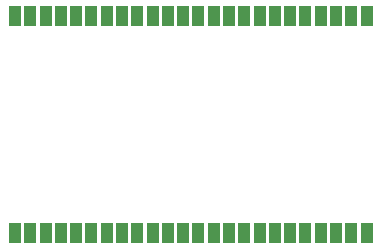
<source format=gbs>
G04*
G04 #@! TF.GenerationSoftware,Altium Limited,Altium Designer,20.0.2 (26)*
G04*
G04 Layer_Color=16711935*
%FSLAX25Y25*%
%MOIN*%
G70*
G01*
G75*
%ADD39R,0.03953X0.06709*%
D39*
X119135Y73622D02*
D03*
X114041D02*
D03*
X83480D02*
D03*
X88574D02*
D03*
X93667D02*
D03*
X98761D02*
D03*
X103854D02*
D03*
X108948D02*
D03*
X78387D02*
D03*
X73292D02*
D03*
X68198D02*
D03*
X37630D02*
D03*
X42725D02*
D03*
X47819D02*
D03*
X52914D02*
D03*
X58008D02*
D03*
X63103D02*
D03*
X32536D02*
D03*
X17252D02*
D03*
X27441D02*
D03*
X22346D02*
D03*
X7063D02*
D03*
X12157D02*
D03*
X1969D02*
D03*
Y1181D02*
D03*
X7062D02*
D03*
X37623D02*
D03*
X32530D02*
D03*
X27436D02*
D03*
X22343D02*
D03*
X17249D02*
D03*
X12156D02*
D03*
X42717D02*
D03*
X47811D02*
D03*
X52906D02*
D03*
X83473D02*
D03*
X78378D02*
D03*
X73284D02*
D03*
X68189D02*
D03*
X63095D02*
D03*
X58000D02*
D03*
X88568D02*
D03*
X103851D02*
D03*
X93662D02*
D03*
X98757D02*
D03*
X114040D02*
D03*
X108946D02*
D03*
X119135D02*
D03*
M02*

</source>
